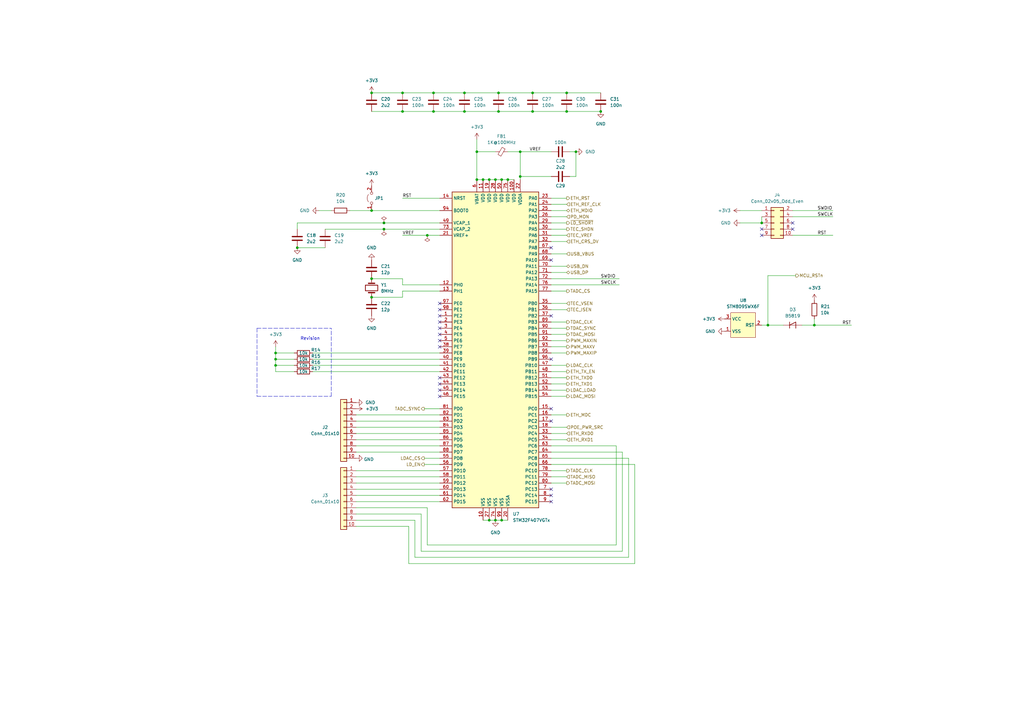
<source format=kicad_sch>
(kicad_sch (version 20211123) (generator eeschema)
  (paper "A3")
  (title_block (title "Kirdy") (date "2022-07-03") (rev "r0.1") (company "M-Labs") (comment 1 "Alex Wong Tat Hang"))
  (lib_symbols
    (symbol "Connector_Generic:Conn_01x10" (pin_names (offset 1.016) hide)
      (property "Reference" "J" (at 0 12.7 0))
      (property "Value" "Conn_01x10" (at 0 -15.24 0))
      (symbol "Conn_01x10_1_1"
        (rectangle (start -1.27 -12.573) (end 0 -12.827) (stroke (width 0.1524)))
        (rectangle (start -1.27 -10.033) (end 0 -10.287) (stroke (width 0.1524)))
        (rectangle (start -1.27 -7.493) (end 0 -7.747) (stroke (width 0.1524)))
        (rectangle (start -1.27 -4.953) (end 0 -5.207) (stroke (width 0.1524)))
        (rectangle (start -1.27 -2.413) (end 0 -2.667) (stroke (width 0.1524)))
        (rectangle (start -1.27 0.127) (end 0 -0.127) (stroke (width 0.1524)))
        (rectangle (start -1.27 2.667) (end 0 2.413) (stroke (width 0.1524)))
        (rectangle (start -1.27 5.207) (end 0 4.953) (stroke (width 0.1524)))
        (rectangle (start -1.27 7.747) (end 0 7.493) (stroke (width 0.1524)))
        (rectangle (start -1.27 10.287) (end 0 10.033) (stroke (width 0.1524)))
        (rectangle (start -1.27 11.43) (end 1.27 -13.97) (stroke (width 0.254)) (fill (type background)))
        (pin passive line (at -5.08 10.16 0) (length 3.81) (name "Pin_1") (number "1"))
        (pin passive line (at -5.08 -12.7 0) (length 3.81) (name "Pin_10") (number "10"))
        (pin passive line (at -5.08 7.62 0) (length 3.81) (name "Pin_2") (number "2"))
        (pin passive line (at -5.08 5.08 0) (length 3.81) (name "Pin_3") (number "3"))
        (pin passive line (at -5.08 2.54 0) (length 3.81) (name "Pin_4") (number "4"))
        (pin passive line (at -5.08 0 0) (length 3.81) (name "Pin_5") (number "5"))
        (pin passive line (at -5.08 -2.54 0) (length 3.81) (name "Pin_6") (number "6"))
        (pin passive line (at -5.08 -5.08 0) (length 3.81) (name "Pin_7") (number "7"))
        (pin passive line (at -5.08 -7.62 0) (length 3.81) (name "Pin_8") (number "8"))
        (pin passive line (at -5.08 -10.16 0) (length 3.81) (name "Pin_9") (number "9"))
      )
    )
    (symbol "Connector_Generic:Conn_02x05_Odd_Even" (pin_names (offset 1.016) hide)
      (property "Reference" "J" (at 1.27 7.62 0))
      (property "Value" "Conn_02x05_Odd_Even" (at 1.27 -7.62 0))
      (symbol "Conn_02x05_Odd_Even_1_1"
        (rectangle (start -1.27 -4.953) (end 0 -5.207) (stroke (width 0.1524)))
        (rectangle (start -1.27 -2.413) (end 0 -2.667) (stroke (width 0.1524)))
        (rectangle (start -1.27 0.127) (end 0 -0.127) (stroke (width 0.1524)))
        (rectangle (start -1.27 2.667) (end 0 2.413) (stroke (width 0.1524)))
        (rectangle (start -1.27 5.207) (end 0 4.953) (stroke (width 0.1524)))
        (rectangle (start -1.27 6.35) (end 3.81 -6.35) (stroke (width 0.254)) (fill (type background)))
        (rectangle (start 3.81 -4.953) (end 2.54 -5.207) (stroke (width 0.1524)))
        (rectangle (start 3.81 -2.413) (end 2.54 -2.667) (stroke (width 0.1524)))
        (rectangle (start 3.81 0.127) (end 2.54 -0.127) (stroke (width 0.1524)))
        (rectangle (start 3.81 2.667) (end 2.54 2.413) (stroke (width 0.1524)))
        (rectangle (start 3.81 5.207) (end 2.54 4.953) (stroke (width 0.1524)))
        (pin passive line (at -5.08 5.08 0) (length 3.81) (name "Pin_1") (number "1"))
        (pin passive line (at 7.62 -5.08 180) (length 3.81) (name "Pin_10") (number "10"))
        (pin passive line (at 7.62 5.08 180) (length 3.81) (name "Pin_2") (number "2"))
        (pin passive line (at -5.08 2.54 0) (length 3.81) (name "Pin_3") (number "3"))
        (pin passive line (at 7.62 2.54 180) (length 3.81) (name "Pin_4") (number "4"))
        (pin passive line (at -5.08 0 0) (length 3.81) (name "Pin_5") (number "5"))
        (pin passive line (at 7.62 0 180) (length 3.81) (name "Pin_6") (number "6"))
        (pin passive line (at -5.08 -2.54 0) (length 3.81) (name "Pin_7") (number "7"))
        (pin passive line (at 7.62 -2.54 180) (length 3.81) (name "Pin_8") (number "8"))
        (pin passive line (at -5.08 -5.08 0) (length 3.81) (name "Pin_9") (number "9"))
      )
    )
    (symbol "Device:C" (pin_numbers hide) (pin_names (offset 0.254))
      (property "Reference" "C" (at 0.635 2.54 0))
      (property "Value" "C" (at 0.635 -2.54 0))
      (symbol "C_0_1"
        (polyline (pts (xy -2.032 -0.762) (xy 2.032 -0.762)) (stroke (width 0.508)))
        (polyline (pts (xy -2.032 0.762) (xy 2.032 0.762)) (stroke (width 0.508)))
      )
      (symbol "C_1_1"
        (pin passive line (at 0 3.81 270) (length 2.794) (name "~") (number "1"))
        (pin passive line (at 0 -3.81 90) (length 2.794) (name "~") (number "2"))
      )
    )
    (symbol "Device:Crystal" (pin_numbers hide) (pin_names (offset 1.016) hide)
      (property "Reference" "Y" (at 0 3.81 0))
      (property "Value" "Crystal" (at 0 -3.81 0))
      (symbol "Crystal_0_1"
        (rectangle (start -1.143 2.54) (end 1.143 -2.54) (stroke (width 0.3048)))
        (polyline (pts (xy -2.54 0) (xy -1.905 0)))
        (polyline (pts (xy -1.905 -1.27) (xy -1.905 1.27)) (stroke (width 0.508)))
        (polyline (pts (xy 1.905 -1.27) (xy 1.905 1.27)) (stroke (width 0.508)))
        (polyline (pts (xy 2.54 0) (xy 1.905 0)))
      )
      (symbol "Crystal_1_1"
        (pin passive line (at -3.81 0 0) (length 1.27) (name "1") (number "1"))
        (pin passive line (at 3.81 0 180) (length 1.27) (name "2") (number "2"))
      )
    )
    (symbol "Device:D_Shockley" (pin_numbers hide) (pin_names (offset 1.016) hide)
      (property "Reference" "D" (at 0 2.54 0))
      (property "Value" "D_Shockley" (at 0 -2.54 0))
      (symbol "D_Shockley_0_1"
        (polyline (pts (xy -1.27 0) (xy 1.27 0)))
        (polyline (pts (xy -1.27 1.27) (xy -1.27 -1.27)) (stroke (width 0.254)))
        (polyline (pts (xy -1.27 0) (xy 1.27 1.27) (xy 1.27 -1.27)) (stroke (width 0.254)))
      )
      (symbol "D_Shockley_1_1"
        (pin passive line (at -3.81 0 0) (length 2.54) (name "K") (number "1"))
        (pin passive line (at 3.81 0 180) (length 2.54) (name "A") (number "2"))
      )
    )
    (symbol "Device:FerriteBead_Small" (pin_numbers hide) (pin_names (offset 0))
      (property "Reference" "FB" (at 1.905 1.27 0))
      (property "Value" "FerriteBead_Small" (at 1.905 -1.27 0))
      (symbol "FerriteBead_Small_0_1"
        (polyline (pts (xy 0 -1.27) (xy 0 -0.7874)))
        (polyline (pts (xy 0 0.889) (xy 0 1.2954)))
        (polyline (pts (xy -1.8288 0.2794) (xy -1.1176 1.4986) (xy 1.8288 -0.2032) (xy 1.1176 -1.4224) (xy -1.8288 0.2794)))
      )
      (symbol "FerriteBead_Small_1_1"
        (pin passive line (at 0 2.54 270) (length 1.27) (name "~") (number "1"))
        (pin passive line (at 0 -2.54 90) (length 1.27) (name "~") (number "2"))
      )
    )
    (symbol "Device:R" (pin_numbers hide) (pin_names (offset 0))
      (property "Reference" "R" (at 2.032 0 90))
      (property "Value" "R" (at 0 0 90))
      (symbol "R_0_1"
        (rectangle (start -1.016 -2.54) (end 1.016 2.54) (stroke (width 0.254)))
      )
      (symbol "R_1_1"
        (pin passive line (at 0 3.81 270) (length 1.27) (name "~") (number "1"))
        (pin passive line (at 0 -3.81 90) (length 1.27) (name "~") (number "2"))
      )
    )
    (symbol "Jumper:Jumper_2_Open" (pin_names (offset 0) hide)
      (property "Reference" "JP" (at 0 2.794 0))
      (property "Value" "Jumper_2_Open" (at 0 -2.286 0))
      (symbol "Jumper_2_Open_0_0"
        (circle (center -2.032 0) (radius 0.508))
        (circle (center 2.032 0) (radius 0.508))
      )
      (symbol "Jumper_2_Open_0_1"
        (arc (start 1.524 1.27) (mid 0 1.778) (end -1.524 1.27))
      )
      (symbol "Jumper_2_Open_1_1"
        (pin passive line (at -5.08 0 0) (length 2.54) (name "A") (number "1"))
        (pin passive line (at 5.08 0 180) (length 2.54) (name "B") (number "2"))
      )
    )
    (symbol "MCU_ST_STM32F4:STM32F407VGTx"
      (property "Reference" "U" (at -17.78 64.77 0))
      (property "Value" "STM32F407VGTx" (at 12.7 64.77 0))
      (symbol "STM32F407VGTx_0_1"
        (rectangle (start -17.78 -66.04) (end 17.78 63.5) (stroke (width 0.254)) (fill (type background)))
      )
      (symbol "STM32F407VGTx_1_1"
        (pin bidirectional line (at -22.86 12.7 0) (length 5.08) (name "PE2") (number "1"))
        (pin power_in line (at -5.08 -71.12 90) (length 5.08) (name "VSS") (number "10"))
        (pin power_in line (at 7.62 68.58 270) (length 5.08) (name "VDD") (number "100"))
        (pin power_in line (at -5.08 68.58 270) (length 5.08) (name "VDD") (number "11"))
        (pin input line (at -22.86 25.4 0) (length 5.08) (name "PH0") (number "12"))
        (pin input line (at -22.86 22.86 0) (length 5.08) (name "PH1") (number "13"))
        (pin input line (at -22.86 60.96 0) (length 5.08) (name "NRST") (number "14"))
        (pin bidirectional line (at 22.86 -25.4 180) (length 5.08) (name "PC0") (number "15"))
        (pin bidirectional line (at 22.86 -27.94 180) (length 5.08) (name "PC1") (number "16"))
        (pin bidirectional line (at 22.86 -30.48 180) (length 5.08) (name "PC2") (number "17"))
        (pin bidirectional line (at 22.86 -33.02 180) (length 5.08) (name "PC3") (number "18"))
        (pin power_in line (at -2.54 68.58 270) (length 5.08) (name "VDD") (number "19"))
        (pin bidirectional line (at -22.86 10.16 0) (length 5.08) (name "PE3") (number "2"))
        (pin power_in line (at 5.08 -71.12 90) (length 5.08) (name "VSSA") (number "20"))
        (pin power_in line (at -22.86 45.72 0) (length 5.08) (name "VREF+") (number "21"))
        (pin power_in line (at 10.16 68.58 270) (length 5.08) (name "VDDA") (number "22"))
        (pin bidirectional line (at 22.86 60.96 180) (length 5.08) (name "PA0") (number "23"))
        (pin bidirectional line (at 22.86 58.42 180) (length 5.08) (name "PA1") (number "24"))
        (pin bidirectional line (at 22.86 55.88 180) (length 5.08) (name "PA2") (number "25"))
        (pin bidirectional line (at 22.86 53.34 180) (length 5.08) (name "PA3") (number "26"))
        (pin power_in line (at -2.54 -71.12 90) (length 5.08) (name "VSS") (number "27"))
        (pin power_in line (at 0 68.58 270) (length 5.08) (name "VDD") (number "28"))
        (pin bidirectional line (at 22.86 50.8 180) (length 5.08) (name "PA4") (number "29"))
        (pin bidirectional line (at -22.86 7.62 0) (length 5.08) (name "PE4") (number "3"))
        (pin bidirectional line (at 22.86 48.26 180) (length 5.08) (name "PA5") (number "30"))
        (pin bidirectional line (at 22.86 45.72 180) (length 5.08) (name "PA6") (number "31"))
        (pin bidirectional line (at 22.86 43.18 180) (length 5.08) (name "PA7") (number "32"))
        (pin bidirectional line (at 22.86 -35.56 180) (length 5.08) (name "PC4") (number "33"))
        (pin bidirectional line (at 22.86 -38.1 180) (length 5.08) (name "PC5") (number "34"))
        (pin bidirectional line (at 22.86 17.78 180) (length 5.08) (name "PB0") (number "35"))
        (pin bidirectional line (at 22.86 15.24 180) (length 5.08) (name "PB1") (number "36"))
        (pin bidirectional line (at 22.86 12.7 180) (length 5.08) (name "PB2") (number "37"))
        (pin bidirectional line (at -22.86 0 0) (length 5.08) (name "PE7") (number "38"))
        (pin bidirectional line (at -22.86 -2.54 0) (length 5.08) (name "PE8") (number "39"))
        (pin bidirectional line (at -22.86 5.08 0) (length 5.08) (name "PE5") (number "4"))
        (pin bidirectional line (at -22.86 -5.08 0) (length 5.08) (name "PE9") (number "40"))
        (pin bidirectional line (at -22.86 -7.62 0) (length 5.08) (name "PE10") (number "41"))
        (pin bidirectional line (at -22.86 -10.16 0) (length 5.08) (name "PE11") (number "42"))
        (pin bidirectional line (at -22.86 -12.7 0) (length 5.08) (name "PE12") (number "43"))
        (pin bidirectional line (at -22.86 -15.24 0) (length 5.08) (name "PE13") (number "44"))
        (pin bidirectional line (at -22.86 -17.78 0) (length 5.08) (name "PE14") (number "45"))
        (pin bidirectional line (at -22.86 -20.32 0) (length 5.08) (name "PE15") (number "46"))
        (pin bidirectional line (at 22.86 -7.62 180) (length 5.08) (name "PB10") (number "47"))
        (pin bidirectional line (at 22.86 -10.16 180) (length 5.08) (name "PB11") (number "48"))
        (pin power_in line (at -22.86 50.8 0) (length 5.08) (name "VCAP_1") (number "49"))
        (pin bidirectional line (at -22.86 2.54 0) (length 5.08) (name "PE6") (number "5"))
        (pin power_in line (at 2.54 68.58 270) (length 5.08) (name "VDD") (number "50"))
        (pin bidirectional line (at 22.86 -12.7 180) (length 5.08) (name "PB12") (number "51"))
        (pin bidirectional line (at 22.86 -15.24 180) (length 5.08) (name "PB13") (number "52"))
        (pin bidirectional line (at 22.86 -17.78 180) (length 5.08) (name "PB14") (number "53"))
        (pin bidirectional line (at 22.86 -20.32 180) (length 5.08) (name "PB15") (number "54"))
        (pin bidirectional line (at -22.86 -45.72 0) (length 5.08) (name "PD8") (number "55"))
        (pin bidirectional line (at -22.86 -48.26 0) (length 5.08) (name "PD9") (number "56"))
        (pin bidirectional line (at -22.86 -50.8 0) (length 5.08) (name "PD10") (number "57"))
        (pin bidirectional line (at -22.86 -53.34 0) (length 5.08) (name "PD11") (number "58"))
        (pin bidirectional line (at -22.86 -55.88 0) (length 5.08) (name "PD12") (number "59"))
        (pin power_in line (at -7.62 68.58 270) (length 5.08) (name "VBAT") (number "6"))
        (pin bidirectional line (at -22.86 -58.42 0) (length 5.08) (name "PD13") (number "60"))
        (pin bidirectional line (at -22.86 -60.96 0) (length 5.08) (name "PD14") (number "61"))
        (pin bidirectional line (at -22.86 -63.5 0) (length 5.08) (name "PD15") (number "62"))
        (pin bidirectional line (at 22.86 -40.64 180) (length 5.08) (name "PC6") (number "63"))
        (pin bidirectional line (at 22.86 -43.18 180) (length 5.08) (name "PC7") (number "64"))
        (pin bidirectional line (at 22.86 -45.72 180) (length 5.08) (name "PC8") (number "65"))
        (pin bidirectional line (at 22.86 -48.26 180) (length 5.08) (name "PC9") (number "66"))
        (pin bidirectional line (at 22.86 40.64 180) (length 5.08) (name "PA8") (number "67"))
        (pin bidirectional line (at 22.86 38.1 180) (length 5.08) (name "PA9") (number "68"))
        (pin bidirectional line (at 22.86 35.56 180) (length 5.08) (name "PA10") (number "69"))
        (pin bidirectional line (at 22.86 -58.42 180) (length 5.08) (name "PC13") (number "7"))
        (pin bidirectional line (at 22.86 33.02 180) (length 5.08) (name "PA11") (number "70"))
        (pin bidirectional line (at 22.86 30.48 180) (length 5.08) (name "PA12") (number "71"))
        (pin bidirectional line (at 22.86 27.94 180) (length 5.08) (name "PA13") (number "72"))
        (pin power_in line (at -22.86 48.26 0) (length 5.08) (name "VCAP_2") (number "73"))
        (pin power_in line (at 0 -71.12 90) (length 5.08) (name "VSS") (number "74"))
        (pin power_in line (at 5.08 68.58 270) (length 5.08) (name "VDD") (number "75"))
        (pin bidirectional line (at 22.86 25.4 180) (length 5.08) (name "PA14") (number "76"))
        (pin bidirectional line (at 22.86 22.86 180) (length 5.08) (name "PA15") (number "77"))
        (pin bidirectional line (at 22.86 -50.8 180) (length 5.08) (name "PC10") (number "78"))
        (pin bidirectional line (at 22.86 -53.34 180) (length 5.08) (name "PC11") (number "79"))
        (pin bidirectional line (at 22.86 -60.96 180) (length 5.08) (name "PC14") (number "8"))
        (pin bidirectional line (at 22.86 -55.88 180) (length 5.08) (name "PC12") (number "80"))
        (pin bidirectional line (at -22.86 -25.4 0) (length 5.08) (name "PD0") (number "81"))
        (pin bidirectional line (at -22.86 -27.94 0) (length 5.08) (name "PD1") (number "82"))
        (pin bidirectional line (at -22.86 -30.48 0) (length 5.08) (name "PD2") (number "83"))
        (pin bidirectional line (at -22.86 -33.02 0) (length 5.08) (name "PD3") (number "84"))
        (pin bidirectional line (at -22.86 -35.56 0) (length 5.08) (name "PD4") (number "85"))
        (pin bidirectional line (at -22.86 -38.1 0) (length 5.08) (name "PD5") (number "86"))
        (pin bidirectional line (at -22.86 -40.64 0) (length 5.08) (name "PD6") (number "87"))
        (pin bidirectional line (at -22.86 -43.18 0) (length 5.08) (name "PD7") (number "88"))
        (pin bidirectional line (at 22.86 10.16 180) (length 5.08) (name "PB3") (number "89"))
        (pin bidirectional line (at 22.86 -63.5 180) (length 5.08) (name "PC15") (number "9"))
        (pin bidirectional line (at 22.86 7.62 180) (length 5.08) (name "PB4") (number "90"))
        (pin bidirectional line (at 22.86 5.08 180) (length 5.08) (name "PB5") (number "91"))
        (pin bidirectional line (at 22.86 2.54 180) (length 5.08) (name "PB6") (number "92"))
        (pin bidirectional line (at 22.86 0 180) (length 5.08) (name "PB7") (number "93"))
        (pin input line (at -22.86 55.88 0) (length 5.08) (name "BOOT0") (number "94"))
        (pin bidirectional line (at 22.86 -2.54 180) (length 5.08) (name "PB8") (number "95"))
        (pin bidirectional line (at 22.86 -5.08 180) (length 5.08) (name "PB9") (number "96"))
        (pin bidirectional line (at -22.86 17.78 0) (length 5.08) (name "PE0") (number "97"))
        (pin bidirectional line (at -22.86 15.24 0) (length 5.08) (name "PE1") (number "98"))
        (pin power_in line (at 2.54 -71.12 90) (length 5.08) (name "VSS") (number "99"))
      )
    )
    (symbol "kirdy:STM809SWX6F"
      (property "Reference" "U" (at 0 -10.16 0))
      (property "Value" "STM809SWX6F" (at 0 -7.62 0))
      (symbol "STM809SWX6F_0_0"
        (pin power_in line (at -7.62 -2.54 0) (length 2.54) (name "VSS") (number "1"))
        (pin output line (at 7.62 0 180) (length 2.54) (name "RST") (number "2"))
        (pin power_in line (at -7.62 2.54 0) (length 2.54) (name "VCC") (number "3"))
      )
      (symbol "STM809SWX6F_0_1"
        (rectangle (start -5.08 5.08) (end 5.08 -5.08) (fill (type background)))
      )
    )
    (symbol "power:+3V3" (power) (pin_names (offset 0))
      (property "Value" "+3V3" (at 0 3.556 0))
      (symbol "+3V3_0_1"
        (polyline (pts (xy -0.762 1.27) (xy 0 2.54)))
        (polyline (pts (xy 0 0) (xy 0 2.54)))
        (polyline (pts (xy 0 2.54) (xy 0.762 1.27)))
      )
      (symbol "+3V3_1_1"
        (pin power_in line (at 0 0 90) (length 0) hide (name "+3V3") (number "1"))
      )
    )
    (symbol "power:GND" (power) (pin_names (offset 0))
      (property "Value" "GND" (at 0 -3.81 0))
      (symbol "GND_0_1"
        (polyline (pts (xy 0 0) (xy 0 -1.27) (xy 1.27 -1.27) (xy 0 -2.54) (xy -1.27 -1.27) (xy 0 -1.27)))
      )
      (symbol "GND_1_1"
        (pin power_in line (at 0 0 270) (length 0) hide (name "GND") (number "1"))
      )
    )
    (symbol "power:PWR_FLAG" (power) (pin_numbers hide) (pin_names (offset 0) hide)
      (property "Value" "PWR_FLAG" (at 0 3.81 0))
      (symbol "PWR_FLAG_0_0"
        (pin power_out line (at 0 0 90) (length 0) (name "pwr") (number "1"))
      )
      (symbol "PWR_FLAG_0_1"
        (polyline (pts (xy 0 0) (xy 0 1.27) (xy -1.016 1.905) (xy 0 2.54) (xy 1.016 1.905) (xy 0 1.27)))
      )
    )
  )
  (junction (at 165.1 38.1))
  (junction (at 152.4 114.3))
  (junction (at 198.12 73.66))
  (junction (at 157.48 93.98))
  (junction (at 205.74 213.36))
  (junction (at 177.8 38.1))
  (junction (at 213.36 72.39))
  (junction (at 236.22 62.23))
  (junction (at 152.4 38.1))
  (junction (at 195.58 73.66))
  (junction (at 121.92 101.6))
  (junction (at 200.66 73.66))
  (junction (at 203.2 213.36))
  (junction (at 175.26 96.52))
  (junction (at 204.47 38.1))
  (junction (at 152.4 86.36))
  (junction (at 177.8 45.72))
  (junction (at 232.41 45.72))
  (junction (at 314.96 133.35))
  (junction (at 200.66 213.36))
  (junction (at 157.48 91.44))
  (junction (at 208.28 73.66))
  (junction (at 113.03 144.78))
  (junction (at 190.5 45.72))
  (junction (at 165.1 45.72))
  (junction (at 203.2 73.66))
  (junction (at 232.41 38.1))
  (junction (at 334.01 133.35))
  (junction (at 213.36 62.23))
  (junction (at 190.5 38.1))
  (junction (at 204.47 45.72))
  (junction (at 113.03 147.32))
  (junction (at 218.44 38.1))
  (junction (at 246.38 45.72))
  (junction (at 205.74 73.66))
  (junction (at 152.4 121.92))
  (junction (at 195.58 62.23))
  (junction (at 312.42 91.44))
  (junction (at 218.44 45.72))
  (junction (at 113.03 149.86))
  (no_connect (at 312.42 96.52))
  (no_connect (at 325.12 93.98))
  (no_connect (at 325.12 91.44))
  (no_connect (at 180.34 157.48))
  (no_connect (at 180.34 154.94))
  (no_connect (at 312.42 93.98))
  (no_connect (at 226.06 172.72))
  (no_connect (at 226.06 101.6))
  (no_connect (at 226.06 200.66))
  (no_connect (at 226.06 203.2))
  (no_connect (at 226.06 205.74))
  (no_connect (at 226.06 106.68))
  (no_connect (at 226.06 129.54))
  (no_connect (at 180.34 129.54))
  (no_connect (at 180.34 124.46))
  (no_connect (at 180.34 127))
  (no_connect (at 226.06 147.32))
  (no_connect (at 226.06 167.64))
  (no_connect (at 180.34 162.56))
  (no_connect (at 180.34 160.02))
  (no_connect (at 180.34 132.08))
  (no_connect (at 180.34 134.62))
  (no_connect (at 180.34 137.16))
  (no_connect (at 180.34 139.7))
  (no_connect (at 180.34 142.24))
  (wire (pts (xy 226.06 180.34) (xy 232.41 180.34)))
  (wire (pts (xy 146.05 205.74) (xy 180.34 205.74)))
  (wire (pts (xy 226.06 170.18) (xy 232.41 170.18)))
  (wire (pts (xy 226.06 160.02) (xy 232.41 160.02)))
  (wire (pts (xy 226.06 99.06) (xy 232.41 99.06)))
  (wire (pts (xy 165.1 116.84) (xy 180.34 116.84)))
  (wire (pts (xy 226.06 104.14) (xy 232.41 104.14)))
  (wire (pts (xy 146.05 203.2) (xy 180.34 203.2)))
  (wire (pts (xy 226.06 86.36) (xy 232.41 86.36)))
  (polyline (pts (xy 105.41 162.56) (xy 135.89 162.56)))
  (wire (pts (xy 175.26 96.52) (xy 180.34 96.52)))
  (wire (pts (xy 257.81 187.96) (xy 257.81 228.6)))
  (wire (pts (xy 198.12 213.36) (xy 200.66 213.36)))
  (wire (pts (xy 218.44 45.72) (xy 232.41 45.72)))
  (wire (pts (xy 312.42 88.9) (xy 312.42 91.44)))
  (wire (pts (xy 165.1 81.28) (xy 180.34 81.28)))
  (wire (pts (xy 233.68 72.39) (xy 236.22 72.39)))
  (wire (pts (xy 172.72 226.06) (xy 172.72 210.82)))
  (wire (pts (xy 146.05 172.72) (xy 180.34 172.72)))
  (wire (pts (xy 195.58 62.23) (xy 203.2 62.23)))
  (wire (pts (xy 175.26 223.52) (xy 175.26 208.28)))
  (wire (pts (xy 121.92 101.6) (xy 133.35 101.6)))
  (wire (pts (xy 175.26 208.28) (xy 146.05 208.28)))
  (wire (pts (xy 173.99 187.96) (xy 180.34 187.96)))
  (wire (pts (xy 325.12 96.52) (xy 341.63 96.52)))
  (wire (pts (xy 203.2 213.36) (xy 205.74 213.36)))
  (wire (pts (xy 328.93 133.35) (xy 334.01 133.35)))
  (wire (pts (xy 312.42 133.35) (xy 314.96 133.35)))
  (wire (pts (xy 226.06 139.7) (xy 232.41 139.7)))
  (polyline (pts (xy 135.89 162.56) (xy 135.89 134.62)))
  (wire (pts (xy 226.06 116.84) (xy 254 116.84)))
  (wire (pts (xy 170.18 228.6) (xy 170.18 213.36)))
  (wire (pts (xy 204.47 38.1) (xy 218.44 38.1)))
  (wire (pts (xy 113.03 152.4) (xy 120.65 152.4)))
  (wire (pts (xy 128.27 149.86) (xy 180.34 149.86)))
  (wire (pts (xy 260.35 231.14) (xy 167.64 231.14)))
  (wire (pts (xy 113.03 149.86) (xy 120.65 149.86)))
  (wire (pts (xy 152.4 45.72) (xy 165.1 45.72)))
  (wire (pts (xy 157.48 93.98) (xy 180.34 93.98)))
  (wire (pts (xy 314.96 113.03) (xy 326.39 113.03)))
  (wire (pts (xy 128.27 147.32) (xy 180.34 147.32)))
  (wire (pts (xy 165.1 119.38) (xy 165.1 121.92)))
  (wire (pts (xy 208.28 62.23) (xy 213.36 62.23)))
  (wire (pts (xy 146.05 170.18) (xy 180.34 170.18)))
  (wire (pts (xy 146.05 193.04) (xy 180.34 193.04)))
  (wire (pts (xy 167.64 215.9) (xy 146.05 215.9)))
  (wire (pts (xy 133.35 93.98) (xy 157.48 93.98)))
  (wire (pts (xy 226.06 177.8) (xy 232.41 177.8)))
  (wire (pts (xy 226.06 193.04) (xy 232.41 193.04)))
  (wire (pts (xy 334.01 133.35) (xy 334.01 130.81)))
  (wire (pts (xy 170.18 213.36) (xy 146.05 213.36)))
  (wire (pts (xy 113.03 147.32) (xy 113.03 149.86)))
  (wire (pts (xy 334.01 133.35) (xy 349.25 133.35)))
  (wire (pts (xy 255.27 226.06) (xy 172.72 226.06)))
  (wire (pts (xy 226.06 154.94) (xy 232.41 154.94)))
  (wire (pts (xy 146.05 195.58) (xy 180.34 195.58)))
  (wire (pts (xy 213.36 62.23) (xy 213.36 72.39)))
  (wire (pts (xy 226.06 111.76) (xy 232.41 111.76)))
  (wire (pts (xy 226.06 134.62) (xy 232.41 134.62)))
  (wire (pts (xy 226.06 182.88) (xy 252.73 182.88)))
  (wire (pts (xy 226.06 187.96) (xy 257.81 187.96)))
  (wire (pts (xy 226.06 149.86) (xy 232.41 149.86)))
  (wire (pts (xy 252.73 223.52) (xy 175.26 223.52)))
  (wire (pts (xy 314.96 133.35) (xy 321.31 133.35)))
  (wire (pts (xy 226.06 137.16) (xy 232.41 137.16)))
  (wire (pts (xy 226.06 185.42) (xy 255.27 185.42)))
  (wire (pts (xy 226.06 93.98) (xy 232.41 93.98)))
  (wire (pts (xy 177.8 38.1) (xy 190.5 38.1)))
  (wire (pts (xy 200.66 213.36) (xy 203.2 213.36)))
  (wire (pts (xy 252.73 182.88) (xy 252.73 223.52)))
  (wire (pts (xy 203.2 73.66) (xy 205.74 73.66)))
  (wire (pts (xy 195.58 62.23) (xy 195.58 73.66)))
  (wire (pts (xy 233.68 62.23) (xy 236.22 62.23)))
  (wire (pts (xy 146.05 182.88) (xy 180.34 182.88)))
  (wire (pts (xy 177.8 45.72) (xy 190.5 45.72)))
  (wire (pts (xy 226.06 190.5) (xy 260.35 190.5)))
  (wire (pts (xy 146.05 175.26) (xy 180.34 175.26)))
  (wire (pts (xy 226.06 198.12) (xy 232.41 198.12)))
  (wire (pts (xy 232.41 38.1) (xy 246.38 38.1)))
  (wire (pts (xy 195.58 73.66) (xy 198.12 73.66)))
  (wire (pts (xy 213.36 62.23) (xy 226.06 62.23)))
  (wire (pts (xy 165.1 121.92) (xy 152.4 121.92)))
  (wire (pts (xy 113.03 144.78) (xy 113.03 147.32)))
  (wire (pts (xy 152.4 86.36) (xy 180.34 86.36)))
  (wire (pts (xy 198.12 73.66) (xy 200.66 73.66)))
  (wire (pts (xy 113.03 144.78) (xy 120.65 144.78)))
  (wire (pts (xy 113.03 149.86) (xy 113.03 152.4)))
  (wire (pts (xy 213.36 72.39) (xy 213.36 73.66)))
  (wire (pts (xy 226.06 124.46) (xy 232.41 124.46)))
  (wire (pts (xy 226.06 152.4) (xy 232.41 152.4)))
  (wire (pts (xy 325.12 86.36) (xy 341.63 86.36)))
  (polyline (pts (xy 105.41 134.62) (xy 105.41 162.56)))
  (wire (pts (xy 226.06 195.58) (xy 232.41 195.58)))
  (wire (pts (xy 146.05 198.12) (xy 180.34 198.12)))
  (wire (pts (xy 165.1 96.52) (xy 175.26 96.52)))
  (wire (pts (xy 113.03 147.32) (xy 120.65 147.32)))
  (wire (pts (xy 208.28 73.66) (xy 210.82 73.66)))
  (wire (pts (xy 165.1 45.72) (xy 177.8 45.72)))
  (wire (pts (xy 165.1 119.38) (xy 180.34 119.38)))
  (wire (pts (xy 226.06 142.24) (xy 232.41 142.24)))
  (wire (pts (xy 165.1 116.84) (xy 165.1 114.3)))
  (wire (pts (xy 226.06 132.08) (xy 232.41 132.08)))
  (wire (pts (xy 121.92 93.98) (xy 121.92 91.44)))
  (wire (pts (xy 146.05 185.42) (xy 180.34 185.42)))
  (wire (pts (xy 213.36 72.39) (xy 226.06 72.39)))
  (wire (pts (xy 236.22 72.39) (xy 236.22 62.23)))
  (wire (pts (xy 205.74 73.66) (xy 208.28 73.66)))
  (wire (pts (xy 157.48 91.44) (xy 180.34 91.44)))
  (wire (pts (xy 226.06 109.22) (xy 232.41 109.22)))
  (wire (pts (xy 113.03 142.24) (xy 113.03 144.78)))
  (wire (pts (xy 146.05 200.66) (xy 180.34 200.66)))
  (wire (pts (xy 303.53 91.44) (xy 312.42 91.44)))
  (wire (pts (xy 218.44 38.1) (xy 232.41 38.1)))
  (wire (pts (xy 226.06 175.26) (xy 232.41 175.26)))
  (wire (pts (xy 226.06 88.9) (xy 232.41 88.9)))
  (wire (pts (xy 232.41 45.72) (xy 246.38 45.72)))
  (wire (pts (xy 314.96 133.35) (xy 314.96 113.03)))
  (wire (pts (xy 226.06 96.52) (xy 232.41 96.52)))
  (wire (pts (xy 195.58 57.15) (xy 195.58 62.23)))
  (wire (pts (xy 226.06 119.38) (xy 232.41 119.38)))
  (wire (pts (xy 173.99 190.5) (xy 180.34 190.5)))
  (wire (pts (xy 190.5 38.1) (xy 204.47 38.1)))
  (wire (pts (xy 165.1 38.1) (xy 177.8 38.1)))
  (wire (pts (xy 260.35 190.5) (xy 260.35 231.14)))
  (wire (pts (xy 152.4 38.1) (xy 165.1 38.1)))
  (wire (pts (xy 204.47 45.72) (xy 218.44 45.72)))
  (wire (pts (xy 257.81 228.6) (xy 170.18 228.6)))
  (wire (pts (xy 226.06 127) (xy 232.41 127)))
  (wire (pts (xy 146.05 180.34) (xy 180.34 180.34)))
  (wire (pts (xy 226.06 81.28) (xy 232.41 81.28)))
  (wire (pts (xy 226.06 83.82) (xy 232.41 83.82)))
  (wire (pts (xy 205.74 213.36) (xy 208.28 213.36)))
  (wire (pts (xy 303.53 86.36) (xy 312.42 86.36)))
  (wire (pts (xy 226.06 144.78) (xy 232.41 144.78)))
  (wire (pts (xy 172.72 210.82) (xy 146.05 210.82)))
  (wire (pts (xy 165.1 114.3) (xy 152.4 114.3)))
  (polyline (pts (xy 105.41 134.62) (xy 135.89 134.62)))
  (wire (pts (xy 143.51 86.36) (xy 152.4 86.36)))
  (wire (pts (xy 226.06 91.44) (xy 232.41 91.44)))
  (wire (pts (xy 130.81 86.36) (xy 135.89 86.36)))
  (wire (pts (xy 121.92 91.44) (xy 157.48 91.44)))
  (wire (pts (xy 226.06 162.56) (xy 232.41 162.56)))
  (wire (pts (xy 190.5 45.72) (xy 204.47 45.72)))
  (wire (pts (xy 128.27 144.78) (xy 180.34 144.78)))
  (wire (pts (xy 226.06 114.3) (xy 254 114.3)))
  (wire (pts (xy 226.06 157.48) (xy 232.41 157.48)))
  (wire (pts (xy 167.64 231.14) (xy 167.64 215.9)))
  (wire (pts (xy 255.27 185.42) (xy 255.27 226.06)))
  (wire (pts (xy 146.05 177.8) (xy 180.34 177.8)))
  (wire (pts (xy 325.12 88.9) (xy 341.63 88.9)))
  (wire (pts (xy 173.99 167.64) (xy 180.34 167.64)))
  (wire (pts (xy 128.27 152.4) (xy 180.34 152.4)))
  (wire (pts (xy 200.66 73.66) (xy 203.2 73.66)))
  (text "Revision\n" (at 123.19 139.7 0) (effects (font (size 1.27 1.27)) (justify left bottom)))
  (label "VREF" (at 217.17 62.23 0))
  (label "SWDIO" (at 246.38 114.3 0))
  (label "SWCLK" (at 335.28 88.9 0))
  (label "RST" (at 165.1 81.28 0))
  (label "SWDIO" (at 335.28 86.36 0))
  (label "VREF" (at 165.1 96.52 0))
  (label "RST" (at 345.44 133.35 0))
  (label "RST" (at 335.28 96.52 0))
  (label "SWCLK" (at 246.38 116.84 0))
  (hierarchical_label "USB_DP" (shape bidirectional) (at 232.41 111.76 0))
  (hierarchical_label "TEC_VREF" (shape input) (at 232.41 96.52 0))
  (hierarchical_label "ETH_REF_CLK" (shape input) (at 232.41 83.82 0))
  (hierarchical_label "USB_VBUS" (shape input) (at 232.41 104.14 0))
  (hierarchical_label "TADC_CLK" (shape output) (at 232.41 193.04 0))
  (hierarchical_label "TDAC_MOSI" (shape output) (at 232.41 137.16 0))
  (hierarchical_label "PWM_MAXIP" (shape output) (at 232.41 144.78 0))
  (hierarchical_label "USB_DN" (shape bidirectional) (at 232.41 109.22 0))
  (hierarchical_label "ETH_RST" (shape output) (at 232.41 81.28 0))
  (hierarchical_label "TEC_SHDN" (shape output) (at 232.41 93.98 0))
  (hierarchical_label "ETH_TXD1" (shape output) (at 232.41 157.48 0))
  (hierarchical_label "ETH_MDIO" (shape bidirectional) (at 232.41 86.36 0))
  (hierarchical_label "LDAC_MOSI" (shape output) (at 232.41 162.56 0))
  (hierarchical_label "PWM_MAXV" (shape output) (at 232.41 142.24 0))
  (hierarchical_label "POE_PWR_SRC" (shape input) (at 232.41 175.26 0))
  (hierarchical_label "MCU_RSTn" (shape output) (at 326.39 113.03 0))
  (hierarchical_label "TADC_CS" (shape output) (at 232.41 119.38 0))
  (hierarchical_label "ETH_RXD0" (shape input) (at 232.41 177.8 0))
  (hierarchical_label "TADC_MISO" (shape input) (at 232.41 195.58 0))
  (hierarchical_label "~{LD_SHORT}" (shape output) (at 232.41 91.44 0))
  (hierarchical_label "LDAC_CS" (shape output) (at 173.99 187.96 180))
  (hierarchical_label "TADC_MOSI" (shape output) (at 232.41 198.12 0))
  (hierarchical_label "ETH_CRS_DV" (shape input) (at 232.41 99.06 0))
  (hierarchical_label "LD_EN" (shape output) (at 173.99 190.5 180))
  (hierarchical_label "TADC_SYNC" (shape output) (at 173.99 167.64 180))
  (hierarchical_label "PWM_MAXIN" (shape output) (at 232.41 139.7 0))
  (hierarchical_label "TEC_ISEN" (shape input) (at 232.41 127 0))
  (hierarchical_label "TEC_VSEN" (shape input) (at 232.41 124.46 0))
  (hierarchical_label "ETH_TX_EN" (shape output) (at 232.41 152.4 0))
  (hierarchical_label "TDAC_SYNC" (shape output) (at 232.41 134.62 0))
  (hierarchical_label "ETH_TXD0" (shape output) (at 232.41 154.94 0))
  (hierarchical_label "PD_MON" (shape input) (at 232.41 88.9 0))
  (hierarchical_label "ETH_RXD1" (shape input) (at 232.41 180.34 0))
  (hierarchical_label "LDAC_LOAD" (shape output) (at 232.41 160.02 0))
  (hierarchical_label "ETH_MDC" (shape output) (at 232.41 170.18 0))
  (hierarchical_label "LDAC_CLK" (shape output) (at 232.41 149.86 0))
  (hierarchical_label "TDAC_CLK" (shape output) (at 232.41 132.08 0))
  (symbol (lib_id "Connector_Generic:Conn_02x05_Odd_Even") (at 317.5 91.44 0) (unit 1)
    (property "Reference" "J4" (at 318.77 80.01 0))
    (property "Value" "Conn_02x05_Odd_Even" (at 318.77 82.55 0))
    (property "Footprint" "Connector_PinHeader_1.27mm:PinHeader_2x05_P1.27mm_Vertical_SMD" (effects hide))
    (property "MFR_PN" "M50-3600542" (effects hide))
  )
  (symbol (lib_id "Device:FerriteBead_Small") (at 205.74 62.23 90) (unit 1)
    (property "Reference" "FB1" (at 205.7019 55.88 90))
    (property "Value" "1K@100MHz" (at 205.7019 58.42 90))
    (property "Footprint" "Inductor_SMD:L_1210_3225Metric" (effects hide))
    (property "MFR_PN" "FBMH3225HM102NT" (effects hide))
    (property "MFR_PN_ALT" "FBMH3225HM102NTV" (effects hide))
  )
  (symbol (lib_id "power:+3V3") (at 152.4 76.2 0) (unit 1)
    (property "Reference" "#PWR045" (effects hide))
    (property "Value" "+3V3" (at 152.4 71.12 0))
  )
  (symbol (lib_id "Device:C") (at 133.35 97.79 0) (unit 1)
    (property "Reference" "C19" (at 137.16 96.5199 0) (effects (justify left)))
    (property "Value" "2u2" (at 137.16 99.0599 0) (effects (justify left)))
    (property "Footprint" "Capacitor_SMD:C_0603_1608Metric" (effects hide))
    (property "MFR_PN" "CL10B225KP8NNNC" (effects hide))
    (property "MFR_PN_ALT" "CGA3E1X7R0J225K080AC" (effects hide))
  )
  (symbol (lib_id "Connector_Generic:Conn_01x10") (at 140.97 175.26 0) (mirror y) (unit 1)
    (property "Reference" "J2" (at 133.35 175.26 0))
    (property "Value" "Conn_01x10" (at 133.35 177.8 0))
    (property "Footprint" "Connector_PinHeader_2.54mm:PinHeader_1x10_P2.54mm_Vertical" (effects hide))
  )
  (symbol (lib_id "Device:R") (at 334.01 127 0) (unit 1)
    (property "Reference" "R21" (at 336.55 125.7299 0) (effects (justify left)))
    (property "Value" "10k" (at 336.55 128.2699 0) (effects (justify left)))
    (property "Footprint" "Resistor_SMD:R_0603_1608Metric" (effects hide))
    (property "MFR_PN" "RNCP0603FTD10K0" (effects hide))
    (property "MFR_PN_ALT" "RMCF0603FT10K0" (effects hide))
  )
  (symbol (lib_id "kirdy:STM809SWX6F") (at 304.8 133.35 0) (unit 1)
    (property "Reference" "U8" (at 304.8 123.19 0))
    (property "Value" "STM809SWX6F" (at 304.8 125.73 0))
    (property "Footprint" "Package_TO_SOT_SMD:SOT-23" (effects hide))
    (property "MFR_PN" "STM809SWX6F" (effects hide))
  )
  (symbol (lib_id "Device:C") (at 177.8 41.91 0) (unit 1)
    (property "Reference" "C24" (at 181.61 40.6399 0) (effects (justify left)))
    (property "Value" "100n" (at 181.61 43.1799 0) (effects (justify left)))
    (property "Footprint" "Capacitor_SMD:C_0603_1608Metric" (effects hide))
    (property "MFR_PN" "CL10B104KB8NNWC" (effects hide))
    (property "MFR_PN_ALT" "CL10B104KB8NNNL" (effects hide))
  )
  (symbol (lib_id "Device:C") (at 232.41 41.91 0) (unit 1)
    (property "Reference" "C30" (at 236.22 40.6399 0) (effects (justify left)))
    (property "Value" "100n" (at 236.22 43.1799 0) (effects (justify left)))
    (property "Footprint" "Capacitor_SMD:C_0603_1608Metric" (effects hide))
    (property "MFR_PN" "CL10B104KB8NNWC" (effects hide))
    (property "MFR_PN_ALT" "CL10B104KB8NNNL" (effects hide))
  )
  (symbol (lib_id "Device:R") (at 124.46 149.86 90) (unit 1)
    (property "Reference" "R16" (at 129.54 148.59 90))
    (property "Value" "10k" (at 124.46 149.86 90))
    (property "Footprint" "Resistor_SMD:R_0603_1608Metric" (effects hide))
    (property "MFR_PN" "RNCP0603FTD10K0" (effects hide))
    (property "MFR_PN_ALT" "RMCF0603FT10K0" (effects hide))
  )
  (symbol (lib_id "Device:C") (at 190.5 41.91 0) (unit 1)
    (property "Reference" "C25" (at 194.31 40.6399 0) (effects (justify left)))
    (property "Value" "100n" (at 194.31 43.1799 0) (effects (justify left)))
    (property "Footprint" "Capacitor_SMD:C_0603_1608Metric" (effects hide))
    (property "MFR_PN" "CL10B104KB8NNWC" (effects hide))
    (property "MFR_PN_ALT" "CL10B104KB8NNNL" (effects hide))
  )
  (symbol (lib_id "power:+3V3") (at 334.01 123.19 0) (unit 1)
    (property "Reference" "#PWR056" (effects hide))
    (property "Value" "+3V3" (at 334.01 118.11 0))
  )
  (symbol (lib_id "power:GND") (at 236.22 62.23 90) (unit 1)
    (property "Reference" "#PWR050" (effects hide))
    (property "Value" "GND" (at 240.03 62.2299 90) (effects (justify right)))
  )
  (symbol (lib_id "power:GND") (at 203.2 213.36 0) (unit 1)
    (property "Reference" "#PWR049" (effects hide))
    (property "Value" "GND" (at 203.2 218.44 0))
  )
  (symbol (lib_id "Device:C") (at 246.38 41.91 0) (unit 1)
    (property "Reference" "C31" (at 250.19 40.6399 0) (effects (justify left)))
    (property "Value" "100n" (at 250.19 43.1799 0) (effects (justify left)))
    (property "Footprint" "Capacitor_SMD:C_0603_1608Metric" (effects hide))
    (property "MFR_PN" "CL10B104KB8NNWC" (effects hide))
    (property "MFR_PN_ALT" "CL10B104KB8NNNL" (effects hide))
  )
  (symbol (lib_id "Jumper:Jumper_2_Open") (at 152.4 81.28 90) (unit 1)
    (property "Reference" "JP1" (at 153.67 81.28 90) (effects (justify right)))
    (property "Value" "DNP" (effects hide))
    (property "Footprint" "Connector_PinHeader_2.54mm:PinHeader_1x02_P2.54mm_Vertical" (effects hide))
  )
  (symbol (lib_id "power:+3V3") (at 303.53 86.36 90) (unit 1)
    (property "Reference" "#PWR054" (effects hide))
    (property "Value" "+3V3" (at 299.72 86.3599 90) (effects (justify left)))
  )
  (symbol (lib_id "Device:C") (at 218.44 41.91 0) (unit 1)
    (property "Reference" "C27" (at 222.25 40.6399 0) (effects (justify left)))
    (property "Value" "100n" (at 222.25 43.1799 0) (effects (justify left)))
    (property "Footprint" "Capacitor_SMD:C_0603_1608Metric" (effects hide))
    (property "MFR_PN" "CL10B104KB8NNWC" (effects hide))
    (property "MFR_PN_ALT" "CL10B104KB8NNNL" (effects hide))
  )
  (symbol (lib_id "Device:Crystal") (at 152.4 118.11 90) (unit 1)
    (property "Reference" "Y1" (at 156.21 116.8399 90) (effects (justify right)))
    (property "Value" "8MHz" (at 156.21 119.3799 90) (effects (justify right)))
    (property "Footprint" "Crystal:Crystal_SMD_5032-2Pin_5.0x3.2mm" (effects hide))
    (property "MFR_PN" "ECS-80-12-30Q-DS-TR" (effects hide))
    (property "MFR_PN_ALT" "ECS-80-12-30-JGN-TR" (effects hide))
  )
  (symbol (lib_id "power:PWR_FLAG") (at 157.48 93.98 180) (unit 1)
    (property "Reference" "#FLG04" (effects hide))
    (property "Value" "PWR_FLAG" (effects hide))
  )
  (symbol (lib_id "MCU_ST_STM32F4:STM32F407VGTx") (at 203.2 142.24 0) (unit 1)
    (property "Reference" "U7" (at 210.2994 210.82 0) (effects (justify left)))
    (property "Value" "STM32F407VGTx" (at 210.2994 213.36 0) (effects (justify left)))
    (property "Footprint" "Package_QFP:LQFP-100_14x14mm_P0.5mm" (effects hide))
    (property "Datasheet" "http://www.st.com/st-web-ui/static/active/en/resource/technical/document/datasheet/DM00037051.pdf" (effects hide))
    (property "MFR_PN" "STM32F407VGT6" (effects hide))
  )
  (symbol (lib_id "Device:R") (at 124.46 147.32 90) (unit 1)
    (property "Reference" "R15" (at 129.54 146.05 90))
    (property "Value" "10k" (at 124.46 147.32 90))
    (property "Footprint" "Resistor_SMD:R_0603_1608Metric" (effects hide))
    (property "MFR_PN" "RNCP0603FTD10K0" (effects hide))
    (property "MFR_PN_ALT" "RMCF0603FT10K0" (effects hide))
  )
  (symbol (lib_id "power:PWR_FLAG") (at 157.48 91.44 0) (unit 1)
    (property "Reference" "#FLG03" (effects hide))
    (property "Value" "PWR_FLAG" (effects hide))
  )
  (symbol (lib_id "power:+3V3") (at 113.03 142.24 0) (unit 1)
    (property "Reference" "#PWR041" (effects hide))
    (property "Value" "+3V3" (at 113.03 137.16 0))
  )
  (symbol (lib_id "power:GND") (at 297.18 135.89 270) (unit 1)
    (property "Reference" "#PWR053" (effects hide))
    (property "Value" "GND" (at 293.37 135.8899 90) (effects (justify right)))
  )
  (symbol (lib_id "Device:C") (at 229.87 62.23 90) (unit 1)
    (property "Reference" "C28" (at 229.87 66.04 90))
    (property "Value" "100n" (at 229.87 58.42 90))
    (property "Footprint" "Capacitor_SMD:C_0603_1608Metric" (effects hide))
    (property "MFR_PN" "CL10B104KB8NNWC" (effects hide))
    (property "MFR_PN_ALT" "CL10B104KB8NNNL" (effects hide))
  )
  (symbol (lib_id "power:GND") (at 146.05 165.1 90) (unit 1)
    (property "Reference" "#PWR0131" (effects hide))
    (property "Value" "GND" (at 149.86 165.1 90) (effects (justify right)))
  )
  (symbol (lib_id "Device:C") (at 229.87 72.39 90) (unit 1)
    (property "Reference" "C29" (at 229.87 76.2 90))
    (property "Value" "2u2" (at 229.87 68.58 90))
    (property "Footprint" "Capacitor_SMD:C_0603_1608Metric" (effects hide))
    (property "MFR_PN" "CL10B225KP8NNNC" (effects hide))
    (property "MFR_PN_ALT" "CGA3E1X7R0J225K080AC" (effects hide))
  )
  (symbol (lib_id "Device:C") (at 165.1 41.91 0) (unit 1)
    (property "Reference" "C23" (at 168.91 40.6399 0) (effects (justify left)))
    (property "Value" "100n" (at 168.91 43.1799 0) (effects (justify left)))
    (property "Footprint" "Capacitor_SMD:C_0603_1608Metric" (effects hide))
    (property "MFR_PN" "CL10B104KB8NNWC" (effects hide))
    (property "MFR_PN_ALT" "CL10B104KB8NNNL" (effects hide))
  )
  (symbol (lib_id "Device:R") (at 124.46 144.78 90) (unit 1)
    (property "Reference" "R14" (at 129.54 143.51 90))
    (property "Value" "10k" (at 124.46 144.78 90))
    (property "Footprint" "Resistor_SMD:R_0603_1608Metric" (effects hide))
    (property "MFR_PN" "RNCP0603FTD10K0" (effects hide))
    (property "MFR_PN_ALT" "RMCF0603FT10K0" (effects hide))
  )
  (symbol (lib_id "power:GND") (at 246.38 45.72 0) (unit 1)
    (property "Reference" "#PWR051" (effects hide))
    (property "Value" "GND" (at 246.38 50.8 0))
  )
  (symbol (lib_id "Device:R") (at 124.46 152.4 90) (unit 1)
    (property "Reference" "R17" (at 129.54 151.13 90))
    (property "Value" "10k" (at 124.46 152.4 90))
    (property "Footprint" "Resistor_SMD:R_0603_1608Metric" (effects hide))
    (property "MFR_PN" "RNCP0603FTD10K0" (effects hide))
    (property "MFR_PN_ALT" "RMCF0603FT10K0" (effects hide))
  )
  (symbol (lib_id "power:GND") (at 152.4 129.54 0) (unit 1)
    (property "Reference" "#PWR047" (effects hide))
    (property "Value" "GND" (at 152.4 134.62 0))
  )
  (symbol (lib_id "power:PWR_FLAG") (at 175.26 96.52 180) (unit 1)
    (property "Reference" "#FLG05" (effects hide))
    (property "Value" "PWR_FLAG" (effects hide))
  )
  (symbol (lib_id "Device:C") (at 204.47 41.91 0) (unit 1)
    (property "Reference" "C26" (at 208.28 40.6399 0) (effects (justify left)))
    (property "Value" "100n" (at 208.28 43.1799 0) (effects (justify left)))
    (property "Footprint" "Capacitor_SMD:C_0603_1608Metric" (effects hide))
    (property "MFR_PN" "CL10B104KB8NNWC" (effects hide))
    (property "MFR_PN_ALT" "CL10B104KB8NNNL" (effects hide))
  )
  (symbol (lib_id "power:GND") (at 130.81 86.36 270) (unit 1)
    (property "Reference" "#PWR043" (effects hide))
    (property "Value" "GND" (at 127 86.3599 90) (effects (justify right)))
  )
  (symbol (lib_id "Device:C") (at 121.92 97.79 0) (unit 1)
    (property "Reference" "C18" (at 125.73 96.5199 0) (effects (justify left)))
    (property "Value" "2u2" (at 125.73 99.0599 0) (effects (justify left)))
    (property "Footprint" "Capacitor_SMD:C_0603_1608Metric" (effects hide))
    (property "MFR_PN" "CL10B225KP8NNNC" (effects hide))
    (property "MFR_PN_ALT" "CGA3E1X7R0J225K080AC" (effects hide))
  )
  (symbol (lib_id "Device:R") (at 139.7 86.36 90) (unit 1)
    (property "Reference" "R20" (at 139.7 80.01 90))
    (property "Value" "10k" (at 139.7 82.55 90))
    (property "Footprint" "Resistor_SMD:R_0603_1608Metric" (effects hide))
    (property "MFR_PN" "RNCP0603FTD10K0" (effects hide))
    (property "MFR_PN_ALT" "RMCF0603FT10K0" (effects hide))
  )
  (symbol (lib_id "power:+3V3") (at 195.58 57.15 0) (unit 1)
    (property "Reference" "#PWR048" (effects hide))
    (property "Value" "+3V3" (at 195.58 52.07 0))
  )
  (symbol (lib_id "power:GND") (at 146.05 187.96 90) (unit 1)
    (property "Reference" "#PWR0163" (effects hide))
    (property "Value" "GND" (at 149.225 188.3938 90) (effects (justify right)))
  )
  (symbol (lib_id "power:+3V3") (at 297.18 130.81 90) (unit 1)
    (property "Reference" "#PWR052" (effects hide))
    (property "Value" "+3V3" (at 293.37 130.8099 90) (effects (justify left)))
  )
  (symbol (lib_id "power:GND") (at 303.53 91.44 270) (unit 1)
    (property "Reference" "#PWR055" (effects hide))
    (property "Value" "GND" (at 299.72 91.4399 90) (effects (justify right)))
  )
  (symbol (lib_id "power:+3V3") (at 146.05 167.64 270) (unit 1)
    (property "Reference" "#PWR0162" (effects hide))
    (property "Value" "+3V3" (at 149.86 167.64 90) (effects (justify left)))
  )
  (symbol (lib_id "power:GND") (at 121.92 101.6 0) (unit 1)
    (property "Reference" "#PWR042" (effects hide))
    (property "Value" "GND" (at 121.92 106.68 0))
  )
  (symbol (lib_id "Device:C") (at 152.4 125.73 0) (unit 1)
    (property "Reference" "C22" (at 156.21 124.4599 0) (effects (justify left)))
    (property "Value" "12p" (at 156.21 126.9999 0) (effects (justify left)))
    (property "Footprint" "Capacitor_SMD:C_0603_1608Metric" (effects hide))
    (property "MFR_PN" "0603N120J500CT" (effects hide))
    (property "MFR_PN_ALT" "C0603C120K5HAC7867" (effects hide))
  )
  (symbol (lib_id "power:+3V3") (at 152.4 38.1 0) (unit 1)
    (property "Reference" "#PWR044" (effects hide))
    (property "Value" "+3V3" (at 152.4 33.02 0))
  )
  (symbol (lib_id "Device:D_Shockley") (at 325.12 133.35 0) (unit 1)
    (property "Reference" "D3" (at 325.12 127 0))
    (property "Value" "B5819" (at 325.12 129.54 0))
    (property "Footprint" "Diode_SMD:D_SOD-323" (effects hide))
    (property "MFR_PN" "B5819WS-TP" (effects hide))
  )
  (symbol (lib_id "Device:C") (at 152.4 41.91 0) (unit 1)
    (property "Reference" "C20" (at 156.21 40.6399 0) (effects (justify left)))
    (property "Value" "2u2" (at 156.21 43.1799 0) (effects (justify left)))
    (property "Footprint" "Capacitor_SMD:C_0603_1608Metric" (effects hide))
    (property "MFR_PN" "CL10B225KP8NNNC" (effects hide))
    (property "MFR_PN_ALT" "CGA3E1X7R0J225K080AC" (effects hide))
  )
  (symbol (lib_id "Connector_Generic:Conn_01x10") (at 140.97 203.2 0) (mirror y) (unit 1)
    (property "Reference" "J3" (at 133.35 203.2 0))
    (property "Value" "Conn_01x10" (at 133.35 205.74 0))
    (property "Footprint" "Connector_PinHeader_2.54mm:PinHeader_1x10_P2.54mm_Vertical" (effects hide))
  )
  (symbol (lib_id "Device:C") (at 152.4 110.49 0) (unit 1)
    (property "Reference" "C21" (at 156.21 109.2199 0) (effects (justify left)))
    (property "Value" "12p" (at 156.21 111.7599 0) (effects (justify left)))
    (property "Footprint" "Capacitor_SMD:C_0603_1608Metric" (effects hide))
    (property "MFR_PN" "0603N120J500CT" (effects hide))
    (property "MFR_PN_ALT" "C0603C120K5HAC7867" (effects hide))
  )
  (symbol (lib_id "power:GND") (at 152.4 106.68 180) (unit 1)
    (property "Reference" "#PWR046" (effects hide))
    (property "Value" "GND" (at 152.4 101.6 0))
  )
)
</source>
